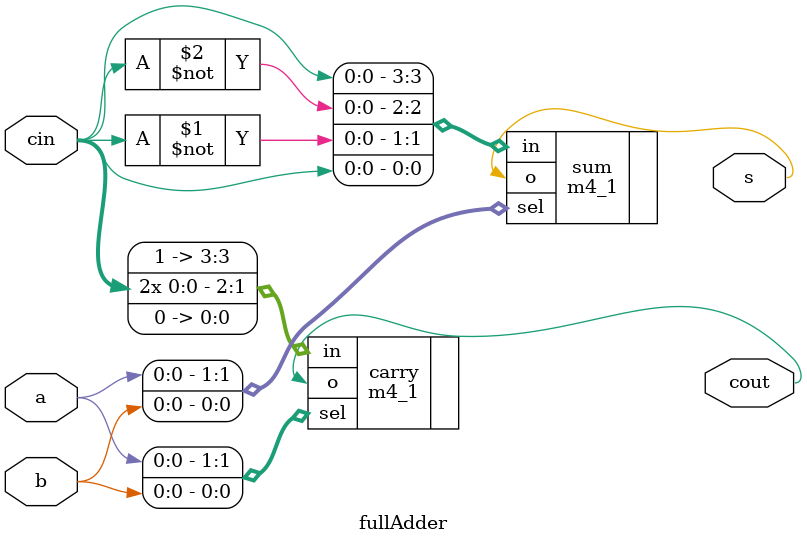
<source format=v>
`timescale 1ns / 1ps


module fullAdder(
    input a,
    input b,
    input cin,
    output s,
    output cout
    );
    
    m4_1 sum(.in({cin, ~cin, ~cin, cin}), .sel({a, b}), .o(s));
    m4_1 carry(.in({1'b1, cin, cin, 1'b0}), .sel({a, b}), .o(cout));
endmodule

</source>
